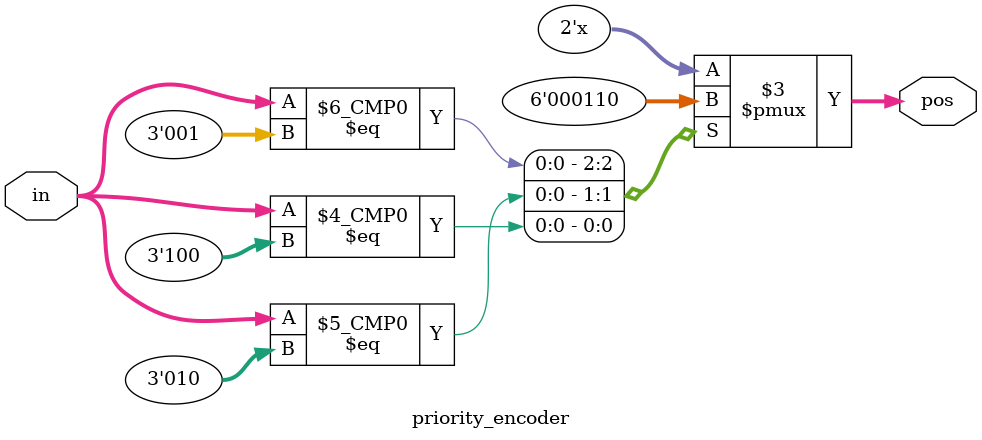
<source format=v>
module priority_encoder( 
input [2:0] in,
output reg [1:0] pos ); 
// When sel=1, assign b to out
always @(in)
case (in)
3'b001 : pos = 2'b00;
3'b010 : pos = 2'b01;
3'b100 : pos = 2'b10;
endcase
endmodule

</source>
